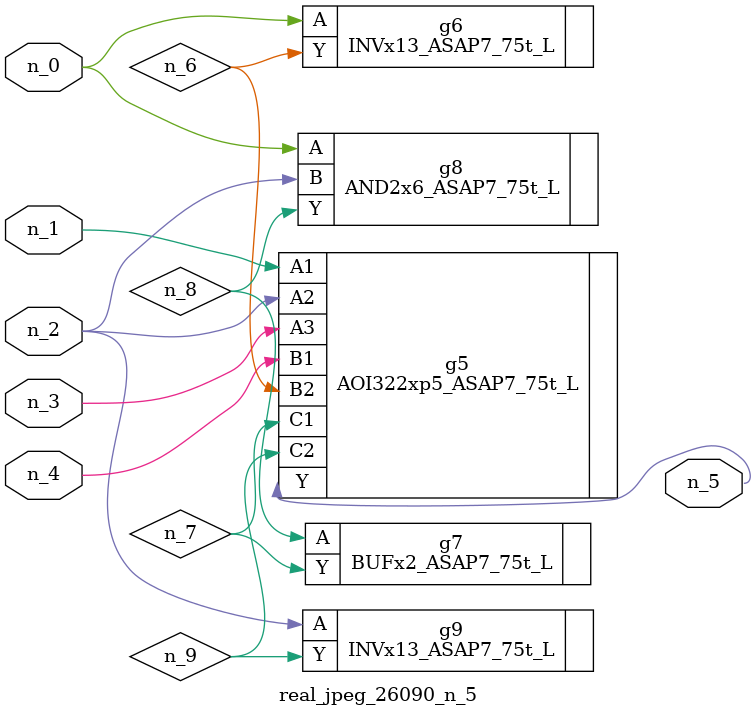
<source format=v>
module real_jpeg_26090_n_5 (n_4, n_0, n_1, n_2, n_3, n_5);

input n_4;
input n_0;
input n_1;
input n_2;
input n_3;

output n_5;

wire n_8;
wire n_6;
wire n_7;
wire n_9;

INVx13_ASAP7_75t_L g6 ( 
.A(n_0),
.Y(n_6)
);

AND2x6_ASAP7_75t_L g8 ( 
.A(n_0),
.B(n_2),
.Y(n_8)
);

AOI322xp5_ASAP7_75t_L g5 ( 
.A1(n_1),
.A2(n_2),
.A3(n_3),
.B1(n_4),
.B2(n_6),
.C1(n_7),
.C2(n_9),
.Y(n_5)
);

INVx13_ASAP7_75t_L g9 ( 
.A(n_2),
.Y(n_9)
);

BUFx2_ASAP7_75t_L g7 ( 
.A(n_8),
.Y(n_7)
);


endmodule
</source>
